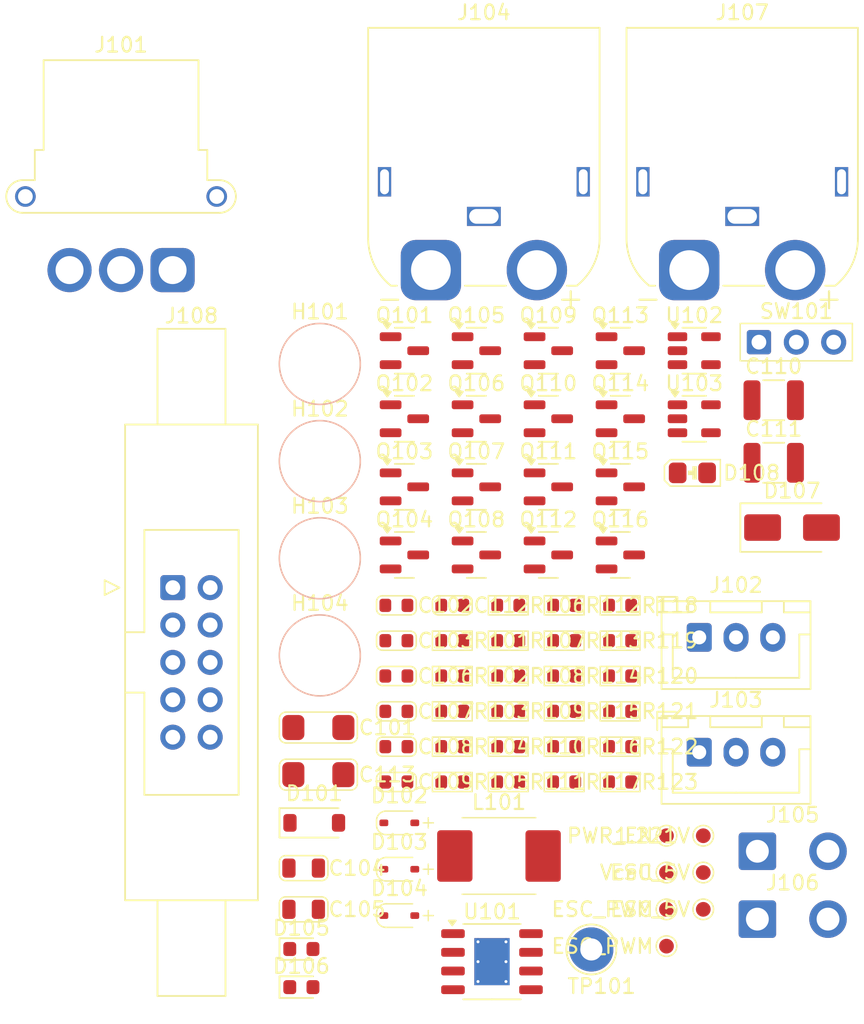
<source format=kicad_pcb>
(kicad_pcb (version 20241129) (generator "pcbnew") (generator_version "9.0")
  (title_block (title "Bottom V2.0 Round") (date "2025-03-14") (rev "2.0") (company "NicE Engineering"))
  (layers (0 "F.Cu" signal) (4 "In1.Cu" signal) (6 "In2.Cu" signal) (2 "B.Cu" signal) (13 "F.Paste" user) (15 "B.Paste" user) (5 "F.SilkS" user "F.Silkscreen") (7 "B.SilkS" user "B.Silkscreen") (1 "F.Mask" user) (3 "B.Mask" user) (25 "Edge.Cuts" user))
  (net 0 "")
  (net 1 "+3.3V")
  (net 2 "GND")
  (net 3 "VSAMP")
  (net 4 "Vbatt")
  (net 5 "/PwrEn")
  (net 6 "COMM")
  (net 7 "Net-(J105-Pin_1)")
  (net 8 "Net-(J106-Pin_1)")
  (net 9 "Net-(Q101-D)")
  (net 10 "Net-(Q102-G)")
  (net 11 "Net-(Q102-D)")
  (net 12 "Net-(Q103-D)")
  (net 13 "ESC_SB_PWR")
  (net 14 "Net-(Q104-D)")
  (net 15 "ESC_BB_PWR")
  (net 16 "Net-(Q105-G)")
  (net 17 "Net-(Q106-G)")
  (net 18 "Net-(Q101-G)")
  (net 19 "ESC_BB")
  (net 20 "Net-(U102-A)")
  (net 21 "ESC_SB")
  (net 24 "Net-(D102-K)")
  (net 25 "Net-(U101-BOOT)")
  (net 26 "Net-(D107-K)")
  (net 27 "Net-(J102-Pin_2)")
  (net 28 "Net-(J103-Pin_2)")
  (net 29 "Net-(D105-A)")
  (net 30 "Net-(D106-A)")
  (net 31 "Net-(D108-A)")
  (net 32 "Net-(J102-Pin_1)")
  (net 33 "Net-(J103-Pin_1)")
  (net 34 "Net-(R102-Pad2)")
  (net 35 "Net-(R102-Pad1)")
  (net 36 "Net-(R105-Pad2)")
  (net 37 "Net-(U103-A)")
  (net 38 "Net-(U101-Vsens)")
  (net 43 "ON")
  (footprint "A_Pads_Pins:Testpad_1" (layer "F.Cu") (at 95.279 68.768)
    (property "Reference" "TP105" (hide yes))
    (property "Value" "ESC_PWM" (at -0.8 0 0) (layer "F.SilkS") (effects (justify right)))
    (pad "1" smd circle (at 0 0) (size 1 1) (layers "F.Cu" "F.Mask") (net 33 "Net-(J103-Pin_1)"))
  )
  (footprint "A_Passive:LED_0805" (layer "F.Cu") (at 97.039 36.618)
    (property "Reference" "D108" (at 2 0 0) (layer "F.SilkS") (effects (justify left)))
    (property "Value" "3.3V")
    (pad "1" smd roundrect (at -1 0) (size 1.2 1.4) (layers "F.Cu" "F.Mask" "F.Paste") (net 2 "GND"))
    (pad "2" smd roundrect (at 1 0) (size 1.2 1.4) (layers "F.Cu" "F.Mask" "F.Paste") (net 31 "Net-(D108-A)"))
  )
  (footprint "Package_TO_SOT_SMD:SOT-23" (layer "F.Cu") (at 77.474 28.318)
    (property "Reference" "Q101" (at 0 -2.4 0) (layer "F.SilkS"))
    (property "Value" "AO3400A")
    (pad "1" smd roundrect (at -0.9375 -0.95) (size 1.475 0.6) (layers "F.Cu" "F.Mask" "F.Paste") (net 18 "Net-(Q101-G)"))
    (pad "2" smd roundrect (at -0.9375 0.95) (size 1.475 0.6) (layers "F.Cu" "F.Mask" "F.Paste") (net 2 "GND"))
    (pad "3" smd roundrect (at 0.9375 0) (size 1.475 0.6) (layers "F.Cu" "F.Mask" "F.Paste") (net 9 "Net-(Q101-D)"))
  )
  (footprint "A_Device:R_0603" (layer "F.Cu") (at 92.129 45.618)
    (property "Reference" "R118" (at 1.35 0 0) (layer "F.SilkS") (effects (justify left)))
    (property "Value" "100K")
    (pad "1" smd roundrect (at -0.75 0) (size 0.8 0.9) (layers "F.Cu" "F.Mask" "F.Paste") (net 15 "ESC_BB_PWR") (thermal_bridge_width 0.3))
    (pad "2" smd roundrect (at 0.75 0) (size 0.8 0.9) (layers "F.Cu" "F.Mask" "F.Paste") (net 2 "GND") (thermal_bridge_width 0.3))
  )
  (footprint "Package_TO_SOT_SMD:SOT-23" (layer "F.Cu") (at 77.474 42.193)
    (property "Reference" "Q104" (at 0 -2.4 0) (layer "F.SilkS"))
    (property "Value" "AO3400A")
    (pad "1" smd roundrect (at -0.9375 -0.95) (size 1.475 0.6) (layers "F.Cu" "F.Mask" "F.Paste") (net 15 "ESC_BB_PWR"))
    (pad "2" smd roundrect (at -0.9375 0.95) (size 1.475 0.6) (layers "F.Cu" "F.Mask" "F.Paste") (net 2 "GND"))
    (pad "3" smd roundrect (at 0.9375 0) (size 1.475 0.6) (layers "F.Cu" "F.Mask" "F.Paste") (net 14 "Net-(Q104-D)"))
  )
  (footprint "A_Device:C_0603" (layer "F.Cu") (at 80.729 45.618)
    (property "Reference" "C112" (at 1.35 0 0) (layer "F.SilkS") (effects (justify left)))
    (property "Value" "100n")
    (pad "1" smd roundrect (at -0.75 0) (size 0.8 0.9) (layers "F.Cu" "F.Mask" "F.Paste") (net 1 "+3.3V") (thermal_bridge_width 0.3))
    (pad "2" smd roundrect (at 0.75 0) (size 0.8 0.9) (layers "F.Cu" "F.Mask" "F.Paste") (net 2 "GND") (thermal_bridge_width 0.3))
  )
  (footprint "Connector_Wire:SolderWire-0.75sqmm_1x02_P4.8mm_D1.25mm_OD2.3mm" (layer "F.Cu") (at 101.454 66.933)
    (property "Reference" "J106" (at 2.4 -2.47 0) (layer "F.SilkS"))
    (property "Value" "ESC_PWR")
    (pad "1" thru_hole roundrect (at 0 0) (size 2.55 2.55) (drill 1.55) (layers "*.Cu" "*.Mask") (roundrect_rratio 0.098039) (net 8 "Net-(J106-Pin_1)"))
    (pad "2" thru_hole circle (at 4.8 0) (size 2.55 2.55) (drill 1.55) (layers "*.Cu" "*.Mask") (net 2 "GND"))
  )
  (footprint "LED_SMD:LED_0603_1608Metric" (layer "F.Cu") (at 70.474 68.963)
    (property "Reference" "D105" (at 0 -1.43 0) (layer "F.SilkS"))
    (property "Value" "PWR_ESC")
    (pad "1" smd roundrect (at -0.7875 0) (size 0.875 0.95) (layers "F.Cu" "F.Mask" "F.Paste") (net 2 "GND"))
    (pad "2" smd roundrect (at 0.7875 0) (size 0.875 0.95) (layers "F.Cu" "F.Mask" "F.Paste") (net 29 "Net-(D105-A)"))
  )
  (footprint "A_Pads_Pins:Testpad_1" (layer "F.Cu") (at 97.779 61.268)
    (property "Reference" "TP106" (hide yes))
    (property "Value" "1.221V" (at -0.8 0 0) (layer "F.SilkS") (effects (justify right)))
    (pad "1" smd circle (at 0 0) (size 1 1) (layers "F.Cu" "F.Mask") (net 38 "Net-(U101-Vsens)"))
  )
  (footprint "Package_TO_SOT_SMD:SOT-23-5" (layer "F.Cu") (at 97.164 32.943)
    (property "Reference" "U103" (at 0 -2.4 0) (layer "F.SilkS"))
    (property "Value" "SN74LV1T34DBV")
    (pad "1" smd roundrect (at -1.1375 -0.95) (size 1.325 0.6) (layers "F.Cu" "F.Mask" "F.Paste"))
    (pad "2" smd roundrect (at -1.1375 0) (size 1.325 0.6) (layers "F.Cu" "F.Mask" "F.Paste") (net 37 "Net-(U103-A)"))
    (pad "3" smd roundrect (at -1.1375 0.95) (size 1.325 0.6) (layers "F.Cu" "F.Mask" "F.Paste") (net 2 "GND"))
    (pad "4" smd roundrect (at 1.1375 0.95) (size 1.325 0.6) (layers "F.Cu" "F.Mask" "F.Paste") (net 33 "Net-(J103-Pin_1)"))
    (pad "5" smd roundrect (at 1.1375 -0.95) (size 1.325 0.6) (layers "F.Cu" "F.Mask" "F.Paste") (net 28 "Net-(J103-Pin_2)"))
  )
  (footprint "A_Device:R_0603" (layer "F.Cu") (at 84.529 48.018)
    (property "Reference" "R107" (at 1.35 0 0) (layer "F.SilkS") (effects (justify left)))
    (property "Value" "100K")
    (pad "1" smd roundrect (at -0.75 0) (size 0.8 0.9) (layers "F.Cu" "F.Mask" "F.Paste") (net 24 "Net-(D102-K)") (thermal_bridge_width 0.3))
    (pad "2" smd roundrect (at 0.75 0) (size 0.8 0.9) (layers "F.Cu" "F.Mask" "F.Paste") (net 2 "GND") (thermal_bridge_width 0.3))
  )
  (footprint "A_Device:R_0603" (layer "F.Cu") (at 84.529 50.418)
    (property "Reference" "R108" (at 1.35 0 0) (layer "F.SilkS") (effects (justify left)))
    (property "Value" "1k")
    (pad "1" smd roundrect (at -0.75 0) (size 0.8 0.9) (layers "F.Cu" "F.Mask" "F.Paste") (net 3 "VSAMP") (thermal_bridge_width 0.3))
    (pad "2" smd roundrect (at 0.75 0) (size 0.8 0.9) (layers "F.Cu" "F.Mask" "F.Paste") (net 2 "GND") (thermal_bridge_width 0.3))
  )
  (footprint "Capacitor_SMD:C_1210_3225Metric" (layer "F.Cu") (at 102.564 35.933)
    (property "Reference" "C111" (at 0 -2.3 0) (layer "F.SilkS"))
    (property "Value" "100u/10V")
    (pad "1" smd roundrect (at -1.475 0) (size 1.15 2.7) (layers "F.Cu" "F.Mask" "F.Paste") (roundrect_rratio 0.217391) (net 1 "+3.3V"))
    (pad "2" smd roundrect (at 1.475 0) (size 1.15 2.7) (layers "F.Cu" "F.Mask" "F.Paste") (roundrect_rratio 0.217391) (net 2 "GND"))
  )
  (footprint "Package_TO_SOT_SMD:SOT-23" (layer "F.Cu") (at 92.144 37.568)
    (property "Reference" "Q115" (at 0 -2.4 0) (layer "F.SilkS"))
    (property "Value" "AO3401A")
    (pad "1" smd roundrect (at -0.9375 -0.95) (size 1.475 0.6) (layers "F.Cu" "F.Mask" "F.Paste") (net 16 "Net-(Q105-G)"))
    (pad "2" smd roundrect (at -0.9375 0.95) (size 1.475 0.6) (layers "F.Cu" "F.Mask" "F.Paste") (net 4 "Vbatt"))
    (pad "3" smd roundrect (at 0.9375 0) (size 1.475 0.6) (layers "F.Cu" "F.Mask" "F.Paste") (net 7 "Net-(J105-Pin_1)"))
  )
  (footprint "A_Device:R_0603" (layer "F.Cu") (at 88.329 45.618)
    (property "Reference" "R112" (at 1.35 0 0) (layer "F.SilkS") (effects (justify left)))
    (property "Value" "100")
    (pad "1" smd roundrect (at -0.75 0) (size 0.8 0.9) (layers "F.Cu" "F.Mask" "F.Paste") (net 20 "Net-(U102-A)") (thermal_bridge_width 0.3))
    (pad "2" smd roundrect (at 0.75 0) (size 0.8 0.9) (layers "F.Cu" "F.Mask" "F.Paste") (net 21 "ESC_SB") (thermal_bridge_width 0.3))
  )
  (footprint "Package_TO_SOT_SMD:SOT-23" (layer "F.Cu") (at 92.144 28.318)
    (property "Reference" "Q113" (at 0 -2.4 0) (layer "F.SilkS"))
    (property "Value" "AO3401A")
    (pad "1" smd roundrect (at -0.9375 -0.95) (size 1.475 0.6) (layers "F.Cu" "F.Mask" "F.Paste") (net 16 "Net-(Q105-G)"))
    (pad "2" smd roundrect (at -0.9375 0.95) (size 1.475 0.6) (layers "F.Cu" "F.Mask" "F.Paste") (net 4 "Vbatt"))
    (pad "3" smd roundrect (at 0.9375 0) (size 1.475 0.6) (layers "F.Cu" "F.Mask" "F.Paste") (net 7 "Net-(J105-Pin_1)"))
  )
  (footprint "A_Device:R_0603" (layer "F.Cu") (at 80.729 48.018)
    (property "Reference" "R101" (at 1.35 0 0) (layer "F.SilkS") (effects (justify left)))
    (property "Value" "100")
    (pad "1" smd roundrect (at -0.75 0) (size 0.8 0.9) (layers "F.Cu" "F.Mask" "F.Paste") (net 18 "Net-(Q101-G)") (thermal_bridge_width 0.3))
    (pad "2" smd roundrect (at 0.75 0) (size 0.8 0.9) (layers "F.Cu" "F.Mask" "F.Paste") (net 1 "+3.3V") (thermal_bridge_width 0.3))
  )
  (footprint "Connector_JST:JST_XH_B3B-XH-A_1x03_P2.50mm_Vertical" (layer "F.Cu") (at 97.504 55.593)
    (property "Reference" "J103" (at 2.5 -3.55 0) (layer "F.SilkS"))
    (property "Value" "ESC")
    (pad "1" thru_hole roundrect (at 0 0) (size 1.7 1.95) (drill 0.95) (layers "*.Cu" "*.Mask") (roundrect_rratio 0.147059) (net 33 "Net-(J103-Pin_1)"))
    (pad "2" thru_hole oval (at 2.5 0) (size 1.7 1.95) (drill 0.95) (layers "*.Cu" "*.Mask") (net 28 "Net-(J103-Pin_2)"))
    (pad "3" thru_hole oval (at 5 0) (size 1.7 1.95) (drill 0.95) (layers "*.Cu" "*.Mask") (net 2 "GND"))
  )
  (footprint "Connector_AMASS:AMASS_XT60IPW-M_1x03_P7.20mm_Horizontal" (layer "F.Cu") (at 79.274 22.843)
    (property "Reference" "J104" (at 3.6 -17.5 0) (layer "F.SilkS"))
    (property "Value" "ACCU2")
    (fp_text user "+" (at 9.5 1.9 0) (layer "F.SilkS") (effects (font (size 1.5 1.5))))
    (fp_text user "-" (at -2.8 1.9 0) (layer "F.SilkS") (effects (font (size 1.5 1.5))))
    (pad "" thru_hole rect (at -3.15 -6) (size 0.9 2) (drill oval 0.6 1.7) (layers "*.Cu" "*.Mask"))
    (pad "" thru_hole rect (at 10.35 -6) (size 0.9 2) (drill oval 0.6 1.7) (layers "*.Cu" "*.Mask"))
    (pad "1" thru_hole roundrect (at 0 0) (size 4.1 4.1) (drill 2.7) (layers "*.Cu" "*.Mask") (net 2 "GND"))
    (pad "2" thru_hole circle (at 7.2 0) (size 4.1 4.1) (drill 2.7) (layers "*.Cu" "*.Mask") (net 4 "Vbatt"))
    (pad "3" thru_hole rect (at 3.6 -3.65) (size 2.3 1.3) (drill oval 2 1) (layers "*.Cu" "*.Mask"))
  )
  (footprint "A_Device:D_SOD-323_1.8x1.4x1.15" (layer "F.Cu") (at 77.129 63.543)
    (property "Reference" "D103" (at 0 -1.85 0) (layer "F.SilkS"))
    (property "Value" "1N4148WS")
    (fp_text user "+" (at 1.9 0 90) (layer "F.SilkS") (effects (font (size 0.9 0.9) (thickness 0.1))))
    (pad "1" smd roundrect (at -1.05 0) (size 0.6 0.45) (layers "F.Cu" "F.Mask" "F.Paste") (net 24 "Net-(D102-K)"))
    (pad "2" smd roundrect (at 1.05 0) (size 0.6 0.45) (layers "F.Cu" "F.Mask" "F.Paste") (net 6 "COMM"))
  )
  (footprint "Package_TO_SOT_SMD:SOT-23" (layer "F.Cu") (at 87.254 42.193)
    (property "Reference" "Q112" (at 0 -2.4 0) (layer "F.SilkS"))
    (property "Value" "AO3401A")
    (pad "1" smd roundrect (at -0.9375 -0.95) (size 1.475 0.6) (layers "F.Cu" "F.Mask" "F.Paste") (net 17 "Net-(Q106-G)"))
    (pad "2" smd roundrect (at -0.9375 0.95) (size 1.475 0.6) (layers "F.Cu" "F.Mask" "F.Paste") (net 4 "Vbatt"))
    (pad "3" smd roundrect (at 0.9375 0) (size 1.475 0.6) (layers "F.Cu" "F.Mask" "F.Paste") (net 8 "Net-(J106-Pin_1)"))
  )
  (footprint "TestPoint:TestPoint_Loop_D2.54mm_Drill1.5mm_Beaded" (layer "F.Cu") (at 90.174 68.993)
    (property "Reference" "TP101" (at 0.7 2.5 0) (layer "F.SilkS"))
    (property "Value" "GND")
    (pad "1" thru_hole circle (at 0 0) (size 3 3) (drill 1.5) (layers "*.Cu" "*.Mask") (net 2 "GND"))
  )
  (footprint "A_Device:C_1206_(1.6)" (layer "F.Cu") (at 71.629 53.918)
    (property "Reference" "C101" (at 2.65 0 0) (layer "F.SilkS") (effects (justify left)))
    (property "Value" "4.7uF/10V")
    (pad "1" smd roundrect (at -1.7 0) (size 1.5 1.7) (layers "F.Cu" "F.Mask" "F.Paste") (net 4 "Vbatt") (thermal_bridge_width 0.5))
    (pad "2" smd roundrect (at 1.7 0) (size 1.5 1.7) (layers "F.Cu" "F.Mask" "F.Paste") (net 2 "GND") (thermal_bridge_width 0.5))
  )
  (footprint "A_Device:R_0603" (layer "F.Cu") (at 80.729 55.218)
    (property "Reference" "R104" (at 1.35 0 0) (layer "F.SilkS") (effects (justify left)))
    (property "Value" "100K")
    (pad "1" smd roundrect (at -0.75 0) (size 0.8 0.9) (layers "F.Cu" "F.Mask" "F.Paste") (net 9 "Net-(Q101-D)") (thermal_bridge_width 0.3))
    (pad "2" smd roundrect (at 0.75 0) (size 0.8 0.9) (layers "F.Cu" "F.Mask" "F.Paste") (net 10 "Net-(Q102-G)") (thermal_bridge_width 0.3))
  )
  (footprint "Connector_AMASS:AMASS_MR30PW-FB_1x03_P3.50mm_Horizontal" (layer "F.Cu") (at 61.724 22.843)
    (property "Reference" "J101" (at -3.5 -15.3 0) (layer "F.SilkS"))
    (property "Value" "CHRG/DATA")
    (pad "" thru_hole circle (at -10 -5) (size 1.4 1.4) (drill 1) (layers "*.Cu" "*.Mask"))
    (pad "" thru_hole circle (at 3 -5 90) (size 1.4 1.4) (drill 1) (layers "*.Cu" "*.Mask"))
    (pad "1" thru_hole roundrect (at 0 0) (size 3 3) (drill 1.9) (layers "*.Cu" "*.Mask") (net 4 "Vbatt"))
    (pad "2" thru_hole circle (at -3.5 0) (size 3 3) (drill 1.9) (layers "*.Cu" "*.Mask") (net 6 "COMM"))
    (pad "3" thru_hole circle (at -7 0) (size 3 3) (drill 1.9) (layers "*.Cu" "*.Mask") (net 2 "GND"))
  )
  (footprint "A_Device:C_0603" (layer "F.Cu") (at 76.929 50.418)
    (property "Reference" "C106" (at 1.35 0 0) (layer "F.SilkS") (effects (justify left)))
    (property "Value" "100n")
    (pad "1" smd roundrect (at -0.75 0) (size 0.8 0.9) (layers "F.Cu" "F.Mask" "F.Paste") (net 3 "VSAMP") (thermal_bridge_width 0.3))
    (pad "2" smd roundrect (at 0.75 0) (size 0.8 0.9) (layers "F.Cu" "F.Mask" "F.Paste") (net 2 "GND") (thermal_bridge_width 0.3))
  )
  (footprint "Package_SO:HTSOP-8-1EP_3.9x4.9mm_P1.27mm_EP2.4x3.2mm_ThermalVias" (layer "F.Cu") (at 83.424 69.823)
    (property "Reference" "U101" (at 0 -3.4 0) (layer "F.SilkS"))
    (property "Value" "TPS5430DDAR")
    (pad "1" smd roundrect (at -2.65 -1.905) (size 1.6 0.6) (layers "F.Cu" "F.Mask" "F.Paste") (net 25 "Net-(U101-BOOT)"))
    (pad "2" smd roundrect (at -2.65 -0.635) (size 1.6 0.6) (layers "F.Cu" "F.Mask" "F.Paste"))
    (pad "3" smd roundrect (at -2.65 0.635) (size 1.6 0.6) (layers "F.Cu" "F.Mask" "F.Paste"))
    (pad "4" smd roundrect (at -2.65 1.905) (size 1.6 0.6) (layers "F.Cu" "F.Mask" "F.Paste") (net 38 "Net-(U101-Vsens)"))
    (pad "5" smd roundrect (at 2.65 1.905) (size 1.6 0.6) (layers "F.Cu" "F.Mask" "F.Paste") (net 24 "Net-(D102-K)"))
    (pad "6" smd roundrect (at 2.65 0.635) (size 1.6 0.6) (layers "F.Cu" "F.Mask" "F.Paste") (net 2 "GND"))
    (pad "7" smd roundrect (at 2.65 -0.635) (size 1.6 0.6) (layers "F.Cu" "F.Mask" "F.Paste") (net 4 "Vbatt"))
    (pad "8" smd roundrect (at 2.65 -1.905) (size 1.6 0.6) (layers "F.Cu" "F.Mask" "F.Paste") (net 26 "Net-(D107-K)"))
    (pad "9" thru_hole circle (at -0.95 -1.35) (size 0.5 0.5) (drill 0.2) (property pad_prop_heatsink) (layers "*.Cu") (net 2 "GND"))
    (pad "9" thru_hole circle (at -0.95 0) (size 0.5 0.5) (drill 0.2) (property pad_prop_heatsink) (layers "*.Cu") (net 2 "GND"))
    (pad "9" thru_hole circle (at -0.95 1.35) (size 0.5 0.5) (drill 0.2) (property pad_prop_heatsink) (layers "*.Cu") (net 2 "GND"))
    (pad "9" smd rect (at 0 0) (size 2.4 3.2) (property pad_prop_heatsink) (layers "F.Cu" "F.Mask") (net 2 "GND"))
    (pad "9" smd rect (at 0 0) (size 2.4 3.2) (property pad_prop_heatsink) (layers "B.Cu") (net 2 "GND"))
    (pad "9" thru_hole circle (at 0.95 -1.35) (size 0.5 0.5) (drill 0.2) (property pad_prop_heatsink) (layers "*.Cu") (net 2 "GND"))
    (pad "9" thru_hole circle (at 0.95 0) (size 0.5 0.5) (drill 0.2) (property pad_prop_heatsink) (layers "*.Cu") (net 2 "GND"))
    (pad "9" thru_hole circle (at 0.95 1.35) (size 0.5 0.5) (drill 0.2) (property pad_prop_heatsink) (layers "*.Cu") (net 2 "GND"))
  )
  (footprint "Package_TO_SOT_SMD:SOT-23" (layer "F.Cu") (at 87.254 32.943)
    (property "Reference" "Q110" (at 0 -2.4 0) (layer "F.SilkS"))
    (property "Value" "AO3401A")
    (pad "1" smd roundrect (at -0.9375 -0.95) (size 1.475 0.6) (layers "F.Cu" "F.Mask" "F.Paste") (net 17 "Net-(Q106-G)"))
    (pad "2" smd roundrect (at -0.9375 0.95) (size 1.475 0.6) (layers "F.Cu" "F.Mask" "F.Paste") (net 4 "Vbatt"))
    (pad "3" smd roundrect (at 0.9375 0) (size 1.475 0.6) (layers "F.Cu" "F.Mask" "F.Paste") (net 8 "Net-(J106-Pin_1)"))
  )
  (footprint "Package_TO_SOT_SMD:SOT-23" (layer "F.Cu") (at 82.364 42.193)
    (property "Reference" "Q108" (at 0 -2.4 0) (layer "F.SilkS"))
    (property "Value" "AO3401A")
    (pad "1" smd roundrect (at -0.9375 -0.95) (size 1.475 0.6) (layers "F.Cu" "F.Mask" "F.Paste") (net 17 "Net-(Q106-G)"))
    (pad "2" smd roundrect (at -0.9375 0.95) (size 1.475 0.6) (layers "F.Cu" "F.Mask" "F.Paste") (net 4 "Vbatt"))
    (pad "3" smd roundrect (at 0.9375 0) (size 1.475 0.6) (layers "F.Cu" "F.Mask" "F.Paste") (net 8 "Net-(J106-Pin_1)"))
  )
  (footprint "A_Device:R_0603" (layer "F.Cu") (at 92.129 55.218)
    (property "Reference" "R122" (at 1.35 0 0) (layer "F.SilkS") (effects (justify left)))
    (property "Value" "18K")
    (pad "1" smd roundrect (at -0.75 0) (size 0.8 0.9) (layers "F.Cu" "F.Mask" "F.Paste") (net 4 "Vbatt") (thermal_bridge_width 0.3))
    (pad "2" smd roundrect (at 0.75 0) (size 0.8 0.9) (layers "F.Cu" "F.Mask" "F.Paste") (net 17 "Net-(Q106-G)") (thermal_bridge_width 0.3))
  )
  (footprint "A_Device:R_0603" (layer "F.Cu") (at 88.329 50.418)
    (property "Reference" "R114" (at 1.35 0 0) (layer "F.SilkS") (effects (justify left)))
    (property "Value" "4.7k")
    (pad "1" smd roundrect (at -0.75 0) (size 0.8 0.9) (layers "F.Cu" "F.Mask" "F.Paste") (net 30 "Net-(D106-A)") (thermal_bridge_width 0.3))
    (pad "2" smd roundrect (at 0.75 0) (size 0.8 0.9) (layers "F.Cu" "F.Mask" "F.Paste") (net 28 "Net-(J103-Pin_2)") (thermal_bridge_width 0.3))
  )
  (footprint "A_Device:C_0603" (layer "F.Cu") (at 76.929 48.018)
    (property "Reference" "C103" (at 1.35 0 0) (layer "F.SilkS") (effects (justify left)))
    (property "Value" "10n")
    (pad "1" smd roundrect (at -0.75 0) (size 0.8 0.9) (layers "F.Cu" "F.Mask" "F.Paste") (net 4 "Vbatt") (thermal_bridge_width 0.3))
    (pad "2" smd roundrect (at 0.75 0) (size 0.8 0.9) (layers "F.Cu" "F.Mask" "F.Paste") (net 2 "GND") (thermal_bridge_width 0.3))
  )
  (footprint "Package_TO_SOT_SMD:SOT-23" (layer "F.Cu") (at 82.364 37.568)
    (property "Reference" "Q107" (at 0 -2.4 0) (layer "F.SilkS"))
    (property "Value" "AO3401A")
    (pad "1" smd roundrect (at -0.9375 -0.95) (size 1.475 0.6) (layers "F.Cu" "F.Mask" "F.Paste") (net 16 "Net-(Q105-G)"))
    (pad "2" smd roundrect (at -0.9375 0.95) (size 1.475 0.6) (layers "F.Cu" "F.Mask" "F.Paste") (net 4 "Vbatt"))
    (pad "3" smd roundrect (at 0.9375 0) (size 1.475 0.6) (layers "F.Cu" "F.Mask" "F.Paste") (net 7 "Net-(J105-Pin_1)"))
  )
  (footprint "Package_TO_SOT_SMD:SOT-23" (layer "F.Cu") (at 87.254 28.318)
    (property "Reference" "Q109" (at 0 -2.4 0) (layer "F.SilkS"))
    (property "Value" "AO3401A")
    (pad "1" smd roundrect (at -0.9375 -0.95) (size 1.475 0.6) (layers "F.Cu" "F.Mask" "F.Paste") (net 16 "Net-(Q105-G)"))
    (pad "2" smd roundrect (at -0.9375 0.95) (size 1.475 0.6) (layers "F.Cu" "F.Mask" "F.Paste") (net 4 "Vbatt"))
    (pad "3" smd roundrect (at 0.9375 0) (size 1.475 0.6) (layers "F.Cu" "F.Mask" "F.Paste") (net 7 "Net-(J105-Pin_1)"))
  )
  (footprint "Package_TO_SOT_SMD:SOT-23" (layer "F.Cu") (at 77.474 32.943)
    (property "Reference" "Q102" (at 0 -2.4 0) (layer "F.SilkS"))
    (property "Value" "AO3401A")
    (pad "1" smd roundrect (at -0.9375 -0.95) (size 1.475 0.6) (layers "F.Cu" "F.Mask" "F.Paste") (net 10 "Net-(Q102-G)"))
    (pad "2" smd roundrect (at -0.9375 0.95) (size 1.475 0.6) (layers "F.Cu" "F.Mask" "F.Paste") (net 4 "Vbatt"))
    (pad "3" smd roundrect (at 0.9375 0) (size 1.475 0.6) (layers "F.Cu" "F.Mask" "F.Paste") (net 11 "Net-(Q102-D)"))
  )
  (footprint "Diode_SMD:D_SMA" (layer "F.Cu") (at 103.809 40.333)
    (property "Reference" "D107" (at 0 -2.5 0) (layer "F.SilkS"))
    (property "Value" "SS54")
    (pad "1" smd roundrect (at -2 0) (size 2.5 1.8) (layers "F.Cu" "F.Mask" "F.Paste") (roundrect_rratio 0.1388888889) (net 26 "Net-(D107-K)"))
    (pad "2" smd roundrect (at 2 0) (size 2.5 1.8) (layers "F.Cu" "F.Mask" "F.Paste") (roundrect_rratio 0.1388888889) (net 2 "GND"))
  )
  (footprint "Connector_IDC:IDC-Header_2x05_P2.54mm_Latch6.5mm_Vertical" (layer "F.Cu") (at 61.739 44.413)
    (property "Reference" "J108" (at 1.27 -18.47 0) (layer "F.SilkS"))
    (property "Value" "Conn_01x10")
    (pad "1" thru_hole roundrect (at 0 0) (size 1.7 1.7) (drill 1) (layers "*.Cu" "*.Mask") (roundrect_rratio 0.147059) (net 1 "+3.3V"))
    (pad "2" thru_hole circle (at 2.54 0) (size 1.7 1.7) (drill 1) (layers "*.Cu" "*.Mask") (net 2 "GND"))
    (pad "3" thru_hole circle (at 0 2.54) (size 1.7 1.7) (drill 1) (layers "*.Cu" "*.Mask") (net 21 "ESC_SB"))
    (pad "4" thru_hole circle (at 2.54 2.54) (size 1.7 1.7) (drill 1) (layers "*.Cu" "*.Mask"))
    (pad "5" thru_hole circle (at 0 5.08) (size 1.7 1.7) (drill 1) (layers "*.Cu" "*.Mask") (net 19 "ESC_BB"))
    (pad "6" thru_hole circle (at 2.54 5.08) (size 1.7 1.7) (drill 1) (layers "*.Cu" "*.Mask") (net 15 "ESC_BB_PWR"))
    (pad "7" thru_hole circle (at 0 7.62) (size 1.7 1.7) (drill 1) (layers "*.Cu" "*.Mask") (net 43 "ON"))
    (pad "8" thru_hole circle (at 2.54 7.62) (size 1.7 1.7) (drill 1) (layers "*.Cu" "*.Mask") (net 3 "VSAMP"))
    (pad "9" thru_hole circle (at 0 10.16) (size 1.7 1.7) (drill 1) (layers "*.Cu" "*.Mask") (net 2 "GND"))
    (pad "10" thru_hole circle (at 2.54 10.16) (size 1.7 1.7) (drill 1) (layers "*.Cu" "*.Mask") (net 6 "COMM"))
  )
  (footprint "A_Device:C_0603" (layer "F.Cu") (at 76.929 45.618)
    (property "Reference" "C102" (at 1.35 0 0) (layer "F.SilkS") (effects (justify left)))
    (property "Value" "100n")
    (pad "1" smd roundrect (at -0.75 0) (size 0.8 0.9) (layers "F.Cu" "F.Mask" "F.Paste") (net 4 "Vbatt") (thermal_bridge_width 0.3))
    (pad "2" smd roundrect (at 0.75 0) (size 0.8 0.9) (layers "F.Cu" "F.Mask" "F.Paste") (net 2 "GND") (thermal_bridge_width 0.3))
  )
  (footprint "A_Mechanical:NPTH_M3" (layer "F.Cu") (at 71.729 29.218)
    (property "Reference" "H101" (at 0 -3.55 0) (layer "F.SilkS"))
    (property "Value" "MountingHole")
    (pad "" np_thru_hole circle (at 0 0) (size 3.2 3.2) (drill 3.2) (layers "*.Cu" "*.Mask"))
  )
  (footprint "A_Pads_Pins:Testpad_1" (layer "F.Cu") (at 97.779 63.768)
    (property "Reference" "TP107" (hide yes))
    (property "Value" "ESC_5V" (at -0.8 0 0) (layer "F.SilkS") (effects (justify right)))
    (pad "1" smd circle (at 0 0) (size 1 1) (layers "F.Cu" "F.Mask") (net 27 "Net-(J102-Pin_2)"))
  )
  (footprint "Package_TO_SOT_SMD:SOT-23-5" (layer "F.Cu") (at 97.164 28.318)
    (property "Reference" "U102" (at 0 -2.4 0) (layer "F.SilkS"))
    (property "Value" "SN74LV1T34DBV")
    (pad "1" smd roundrect (at -1.1375 -0.95) (size 1.325 0.6) (layers "F.Cu" "F.Mask" "F.Paste"))
    (pad "2" smd roundrect (at -1.1375 0) (size 1.325 0.6) (layers "F.Cu" "F.Mask" "F.Paste") (net 20 "Net-(U102-A)"))
    (pad "3" smd roundrect (at -1.1375 0.95) (size 1.325 0.6) (layers "F.Cu" "F.Mask" "F.Paste") (net 2 "GND"))
    (pad "4" smd roundrect (at 1.1375 0.95) (size 1.325 0.6) (layers "F.Cu" "F.Mask" "F.Paste") (net 32 "Net-(J102-Pin_1)"))
    (pad "5" smd roundrect (at 1.1375 -0.95) (size 1.325 0.6) (layers "F.Cu" "F.Mask" "F.Paste") (net 27 "Net-(J102-Pin_2)"))
  )
  (footprint "A_Device:C_1206_(1.6)" (layer "F.Cu") (at 71.629 57.118)
    (property "Reference" "C113" (at 2.65 0 0) (layer "F.SilkS") (effects (justify left)))
    (property "Value" "4.7uF/10V")
    (pad "1" smd roundrect (at -1.7 0) (size 1.5 1.7) (layers "F.Cu" "F.Mask" "F.Paste") (net 1 "+3.3V") (thermal_bridge_width 0.5))
    (pad "2" smd roundrect (at 1.7 0) (size 1.5 1.7) (layers "F.Cu" "F.Mask" "F.Paste") (net 2 "GND") (thermal_bridge_width 0.5))
  )
  (footprint "A_Device:R_0603" (layer "F.Cu") (at 80.729 52.818)
    (property "Reference" "R103" (at 1.35 0 0) (layer "F.SilkS") (effects (justify left)))
    (property "Value" "100K")
    (pad "1" smd roundrect (at -0.75 0) (size 0.8 0.9) (layers "F.Cu" "F.Mask" "F.Paste") (net 10 "Net-(Q102-G)") (thermal_bridge_width 0.3))
    (pad "2" smd roundrect (at 0.75 0) (size 0.8 0.9) (layers "F.Cu" "F.Mask" "F.Paste") (net 4 "Vbatt") (thermal_bridge_width 0.3))
  )
  (footprint "A_Device:R_0603" (layer "F.Cu") (at 88.329 57.618)
    (property "Reference" "R117" (at 1.35 0 0) (layer "F.SilkS") (effects (justify left)))
    (property "Value" "100K")
    (pad "1" smd roundrect (at -0.75 0) (size 0.8 0.9) (layers "F.Cu" "F.Mask" "F.Paste") (net 13 "ESC_SB_PWR") (thermal_bridge_width 0.3))
    (pad "2" smd roundrect (at 0.75 0) (size 0.8 0.9) (layers "F.Cu" "F.Mask" "F.Paste") (net 2 "GND") (thermal_bridge_width 0.3))
  )
  (footprint "Diode_SMD:D_SOD-123" (layer "F.Cu") (at 71.349 60.393)
    (property "Reference" "D101" (at 0 -2 0) (layer "F.SilkS"))
    (property "Value" "PTVS3V3S1UR,115")
    (pad "1" smd roundrect (at -1.65 0) (size 0.9 1.2) (layers "F.Cu" "F.Mask" "F.Paste") (net 6 "COMM"))
    (pad "2" smd roundrect (at 1.65 0) (size 0.9 1.2) (layers "F.Cu" "F.Mask" "F.Paste") (net 2 "GND"))
  )
  (footprint "A_Device:R_0603" (layer "F.Cu") (at 88.329 52.818)
    (property "Reference" "R115" (at 1.35 0 0) (layer "F.SilkS") (effects (justify left)))
    (property "Value" "18K")
    (pad "1" smd roundrect (at -0.75 0) (size 0.8 0.9) (layers "F.Cu" "F.Mask" "F.Paste") (net 1 "+3.3V") (thermal_bridge_width 0.3))
    (pad "2" smd roundrect (at 0.75 0) (size 0.8 0.9) (layers "F.Cu" "F.Mask" "F.Paste") (net 38 "Net-(U101-Vsens)") (thermal_bridge_width 0.3))
  )
  (footprint "Package_TO_SOT_SMD:SOT-23" (layer "F.Cu") (at 92.144 32.943)
    (property "Reference" "Q114" (at 0 -2.4 0) (layer "F.SilkS"))
    (property "Value" "AO3401A")
    (pad "1" smd roundrect (at -0.9375 -0.95) (size 1.475 0.6) (layers "F.Cu" "F.Mask" "F.Paste") (net 17 "Net-(Q106-G)"))
    (pad "2" smd roundrect (at -0.9375 0.95) (size 1.475 0.6) (layers "F.Cu" "F.Mask" "F.Paste") (net 4 "Vbatt"))
    (pad "3" smd roundrect (at 0.9375 0) (size 1.475 0.6) (layers "F.Cu" "F.Mask" "F.Paste") (net 8 "Net-(J106-Pin_1)"))
  )
  (footprint "A_Device:D_SOD-323_1.8x1.4x1.15" (layer "F.Cu") (at 77.129 60.393)
    (property "Reference" "D102" (at 0 -1.85 0) (layer "F.SilkS"))
    (property "Value" "1N4148WS")
    (fp_text user "+" (at 1.9 0 90) (layer "F.SilkS") (effects (font (size 0.9 0.9) (thickness 0.1))))
    (pad "1" smd roundrect (at -1.05 0) (size 0.6 0.45) (layers "F.Cu" "F.Mask" "F.Paste") (net 24 "Net-(D102-K)"))
    (pad "2" smd roundrect (at 1.05 0) (size 0.6 0.45) (layers "F.Cu" "F.Mask" "F.Paste") (net 5 "/PwrEn"))
  )
  (footprint "Package_TO_SOT_SMD:SOT-23" (layer "F.Cu") (at 87.254 37.568)
    (property "Reference" "Q111" (at 0 -2.4 0) (layer "F.SilkS"))
    (property "Value" "AO3401A")
    (pad "1" smd roundrect (at -0.9375 -0.95) (size 1.475 0.6) (layers "F.Cu" "F.Mask" "F.Paste") (net 16 "Net-(Q105-G)"))
    (pad "2" smd roundrect (at -0.9375 0.95) (size 1.475 0.6) (layers "F.Cu" "F.Mask" "F.Paste") (net 4 "Vbatt"))
    (pad "3" smd roundrect (at 0.9375 0) (size 1.475 0.6) (layers "F.Cu" "F.Mask" "F.Paste") (net 7 "Net-(J105-Pin_1)"))
  )
  (footprint "A_Pads_Pins:Testpad_1" (layer "F.Cu") (at 95.279 63.768)
    (property "Reference" "TP103" (hide yes))
    (property "Value" "Vcell" (at -0.8 0 0) (layer "F.SilkS") (effects (justify right)))
    (pad "1" smd circle (at 0 0) (size 1 1) (layers "F.Cu" "F.Mask") (net 3 "VSAMP"))
  )
  (footprint "Connector_Wire:SolderWire-0.75sqmm_1x02_P4.8mm_D1.25mm_OD2.3mm" (layer "F.Cu") (at 101.454 62.323)
    (property "Reference" "J105" (at 2.4 -2.47 0) (layer "F.SilkS"))
    (property "Value" "ESC_PWR")
    (pad "1" thru_hole roundrect (at 0 0) (size 2.55 2.55) (drill 1.55) (layers "*.Cu" "*.Mask") (roundrect_rratio 0.098039) (net 7 "Net-(J105-Pin_1)"))
    (pad "2" thru_hole circle (at 4.8 0) (size 2.55 2.55) (drill 1.55) (layers "*.Cu" "*.Mask") (net 2 "GND"))
  )
  (footprint "A_Pads_Pins:Testpad_1" (layer "F.Cu") (at 97.779 66.268)
    (property "Reference" "TP108" (hide yes))
    (property "Value" "ESC_5V" (at -0.8 0 0) (layer "F.SilkS") (effects (justify right)))
    (pad "1" smd circle (at 0 0) (size 1 1) (layers "F.Cu" "F.Mask") (net 28 "Net-(J103-Pin_2)"))
  )
  (footprint "Package_TO_SOT_SMD:SOT-23" (layer "F.Cu") (at 77.474 37.568)
    (property "Reference" "Q103" (at 0 -2.4 0) (layer "F.SilkS"))
    (property "Value" "AO3400A")
    (pad "1" smd roundrect (at -0.9375 -0.95) (size 1.475 0.6) (layers "F.Cu" "F.Mask" "F.Paste") (net 13 "ESC_SB_PWR"))
    (pad "2" smd roundrect (at -0.9375 0.95) (size 1.475 0.6) (layers "F.Cu" "F.Mask" "F.Paste") (net 2 "GND"))
    (pad "3" smd roundrect (at 0.9375 0) (size 1.475 0.6) (layers "F.Cu" "F.Mask" "F.Paste") (net 12 "Net-(Q103-D)"))
  )
  (footprint "A_Device:C_0603" (layer "F.Cu") (at 76.929 57.618)
    (property "Reference" "C109" (at 1.35 0 0) (layer "F.SilkS") (effects (justify left)))
    (property "Value" "100n")
    (pad "1" smd roundrect (at -0.75 0) (size 0.8 0.9) (layers "F.Cu" "F.Mask" "F.Paste") (net 28 "Net-(J103-Pin_2)") (thermal_bridge_width 0.3))
    (pad "2" smd roundrect (at 0.75 0) (size 0.8 0.9) (layers "F.Cu" "F.Mask" "F.Paste") (net 2 "GND") (thermal_bridge_width 0.3))
  )
  (footprint "A_Device:C_0805" (layer "F.Cu") (at 70.629 66.268)
    (property "Reference" "C105" (at 1.6 0 0) (layer "F.SilkS") (effects (justify left)))
    (property "Value" "10u/25V")
    (pad "1" smd roundrect (at -1 0) (size 0.9 1.3) (layers "F.Cu" "F.Mask" "F.Paste") (net 24 "Net-(D102-K)") (thermal_bridge_width 0.4))
    (pad "2" smd roundrect (at 1 0) (size 0.9 1.3) (layers "F.Cu" "F.Mask" "F.Paste") (net 2 "GND") (thermal_bridge_width 0.4))
  )
  (footprint "A_Mechanical:NPTH_M3" (layer "F.Cu") (at 71.729 35.818)
    (property "Reference" "H102" (at 0 -3.55 0) (layer "F.SilkS"))
    (property "Value" "MountingHole")
    (pad "" np_thru_hole circle (at 0 0) (size 3.2 3.2) (drill 3.2) (layers "*.Cu" "*.Mask"))
  )
  (footprint "A_Device:R_0603" (layer "F.Cu") (at 88.329 48.018)
    (property "Reference" "R113" (at 1.35 0 0) (layer "F.SilkS") (effects (justify left)))
    (property "Value" "4.7k")
    (pad "1" smd roundrect (at -0.75 0) (size 0.8 0.9) (layers "F.Cu" "F.Mask" "F.Paste") (net 29 "Net-(D105-A)") (thermal_bridge_width 0.3))
    (pad "2" smd roundrect (at 0.75 0) (size 0.8 0.9) (layers "F.Cu" "F.Mask" "F.Paste") (net 27 "Net-(J102-Pin_2)") (thermal_bridge_width 0.3))
  )
  (footprint "A_Device:L_6.6x7.0mm" (layer "F.Cu") (at 83.899 62.643)
    (property "Reference" "L101" (at 0 -3.65 0) (layer "F.SilkS"))
    (property "Value" "33uH/2A")
    (pad "1" smd roundrect (at -3 0) (size 2.4 3.5) (layers "F.Cu" "F.Mask" "F.Paste") (roundrect_rratio 0.09615384615) (net 26 "Net-(D107-K)") (thermal_bridge_width 1))
    (pad "2" smd roundrect (at 3 0) (size 2.4 3.5) (layers "F.Cu" "F.Mask" "F.Paste") (roundrect_rratio 0.09615384615) (net 1 "+3.3V") (thermal_bridge_width 1))
  )
  (footprint "Package_TO_SOT_SMD:SOT-23" (layer "F.Cu") (at 82.364 28.318)
    (property "Reference" "Q105" (at 0 -2.4 0) (layer "F.SilkS"))
    (property "Value" "AO3401A")
    (pad "1" smd roundrect (at -0.9375 -0.95) (size 1.475 0.6) (layers "F.Cu" "F.Mask" "F.Paste") (net 16 "Net-(Q105-G)"))
    (pad "2" smd roundrect (at -0.9375 0.95) (size 1.475 0.6) (layers "F.Cu" "F.Mask" "F.Paste") (net 4 "Vbatt"))
    (pad "3" smd roundrect (at 0.9375 0) (size 1.475 0.6) (layers "F.Cu" "F.Mask" "F.Paste") (net 7 "Net-(J105-Pin_1)"))
  )
  (footprint "A_Device:R_0603" (layer "F.Cu") (at 84.529 57.618)
    (property "Reference" "R111" (at 1.35 0 0) (layer "F.SilkS") (effects (justify left)))
    (property "Value" "100")
    (pad "1" smd roundrect (at -0.75 0) (size 0.8 0.9) (layers "F.Cu" "F.Mask" "F.Paste") (net 37 "Net-(U103-A)") (thermal_bridge_width 0.3))
    (pad "2" smd roundrect (at 0.75 0) (size 0.8 0.9) (layers "F.Cu" "F.Mask" "F.Paste") (net 19 "ESC_BB") (thermal_bridge_width 0.3))
  )
  (footprint "A_Device:R_0603" (layer "F.Cu") (at 92.129 52.818)
    (property "Reference" "R121" (at 1.35 0 0) (layer "F.SilkS") (effects (justify left)))
    (property "Value" "18K")
    (pad "1" smd roundrect (at -0.75 0) (size 0.8 0.9) (layers "F.Cu" "F.Mask" "F.Paste") (net 4 "Vbatt") (thermal_bridge_width 0.3))
    (pad "2" smd roundrect (at 0.75 0) (size 0.8 0.9) (layers "F.Cu" "F.Mask" "F.Paste") (net 16 "Net-(Q105-G)") (thermal_bridge_width 0.3))
  )
  (footprint "A_Mechanical:NPTH_M3" (layer "F.Cu") (at 71.729 42.418)
    (property "Reference" "H103" (at 0 -3.55 0) (layer "F.SilkS"))
    (property "Value" "MountingHole")
    (pad "" np_thru_hole circle (at 0 0) (size 3.2 3.2) (drill 3.2) (layers "*.Cu" "*.Mask"))
  )
  (footprint "A_Device:R_0603" (layer "F.Cu") (at 84.529 52.818)
    (property "Reference" "R109" (at 1.35 0 0) (layer "F.SilkS") (effects (justify left)))
    (property "Value" "6.2k")
    (pad "1" smd roundrect (at -0.75 0) (size 0.8 0.9) (layers "F.Cu" "F.Mask" "F.Paste") (net 11 "Net-(Q102-D)") (thermal_bridge_width 0.3))
    (pad "2" smd roundrect (at 0.75 0) (size 0.8 0.9) (layers "F.Cu" "F.Mask" "F.Paste") (net 3 "VSAMP") (thermal_bridge_width 0.3))
  )
  (footprint "A_Device:D_SOD-323_1.8x1.4x1.15" (layer "F.Cu") (at 77.129 66.693)
    (property "Reference" "D104" (at 0 -1.85 0) (layer "F.SilkS"))
    (property "Value" "1N4148WS")
    (fp_text user "+" (at 1.9 0 90) (layer "F.SilkS") (effects (font (size 0.9 0.9) (thickness 0.1))))
    (pad "1" smd roundrect (at -1.05 0) (size 0.6 0.45) (layers "F.Cu" "F.Mask" "F.Paste") (net 1 "+3.3V"))
    (pad "2" smd roundrect (at 1.05 0) (size 0.6 0.45) (layers "F.Cu" "F.Mask" "F.Paste") (net 3 "VSAMP"))
  )
  (footprint "A_Device:R_0603" (layer "F.Cu") (at 92.129 50.418)
    (property "Reference" "R120" (at 1.35 0 0) (layer "F.SilkS") (effects (justify left)))
    (property "Value" "10K")
    (pad "1" smd roundrect (at -0.75 0) (size 0.8 0.9) (layers "F.Cu" "F.Mask" "F.Paste") (net 14 "Net-(Q104-D)") (thermal_bridge_width 0.3))
    (pad "2" smd roundrect (at 0.75 0) (size 0.8 0.9) (layers "F.Cu" "F.Mask" "F.Paste") (net 17 "Net-(Q106-G)") (thermal_bridge_width 0.3))
  )
  (footprint "A_Pads_Pins:Testpad_1" (layer "F.Cu") (at 95.279 66.268)
    (property "Reference" "TP104" (hide yes))
    (property "Value" "ESC_PWM" (at -0.8 0 0) (layer "F.SilkS") (effects (justify right)))
    (pad "1" smd circle (at 0 0) (size 1 1) (layers "F.Cu" "F.Mask") (net 32 "Net-(J102-Pin_1)"))
  )
  (footprint "Package_TO_SOT_SMD:SOT-23" (layer "F.Cu") (at 82.364 32.943)
    (property "Reference" "Q106" (at 0 -2.4 0) (layer "F.SilkS"))
    (property "Value" "AO3401A")
    (pad "1" smd roundrect (at -0.9375 -0.95) (size 1.475 0.6) (layers "F.Cu" "F.Mask" "F.Paste") (net 17 "Net-(Q106-G)"))
    (pad "2" smd roundrect (at -0.9375 0.95) (size 1.475 0.6) (layers "F.Cu" "F.Mask" "F.Paste") (net 4 "Vbatt"))
    (pad "3" smd roundrect (at 0.9375 0) (size 1.475 0.6) (layers "F.Cu" "F.Mask" "F.Paste") (net 8 "Net-(J106-Pin_1)"))
  )
  (footprint "A_Device:R_0603" (layer "F.Cu") (at 92.129 57.618)
    (property "Reference" "R123" (at 1.35 0 0) (layer "F.SilkS") (effects (justify left)))
    (property "Value" "10K")
    (pad "1" smd roundrect (at -0.75 0) (size 0.8 0.9) (layers "F.Cu" "F.Mask" "F.Paste") (net 31 "Net-(D108-A)") (thermal_bridge_width 0.3))
    (pad "2" smd roundrect (at 0.75 0) (size 0.8 0.9) (layers "F.Cu" "F.Mask" "F.Paste") (net 1 "+3.3V") (thermal_bridge_width 0.3))
  )
  (footprint "A_Pads_Pins:Testpad_1" (layer "F.Cu") (at 95.279 61.268)
    (property "Reference" "TP102" (hide yes))
    (property "Value" "PWR_EN" (at -0.8 0 0) (layer "F.SilkS") (effects (justify right)))
    (pad "1" smd circle (at 0 0) (size 1 1) (layers "F.Cu" "F.Mask") (net 24 "Net-(D102-K)"))
  )
  (footprint "Capacitor_SMD:C_1210_3225Metric" (layer "F.Cu") (at 102.564 31.683)
    (property "Reference" "C110" (at 0 -2.3 0) (layer "F.SilkS"))
    (property "Value" "100u/10V")
    (pad "1" smd roundrect (at -1.475 0) (size 1.15 2.7) (layers "F.Cu" "F.Mask" "F.Paste") (roundrect_rratio 0.217391) (net 1 "+3.3V"))
    (pad "2" smd roundrect (at 1.475 0) (size 1.15 2.7) (layers "F.Cu" "F.Mask" "F.Paste") (roundrect_rratio 0.217391) (net 2 "GND"))
  )
  (footprint "Connector_AMASS:AMASS_XT60IPW-M_1x03_P7.20mm_Horizontal" (layer "F.Cu") (at 96.824 22.843)
    (property "Reference" "J107" (at 3.6 -17.5 0) (layer "F.SilkS"))
    (property "Value" "ACCU1")
    (fp_text user "+" (at 9.5 1.9 0) (layer "F.SilkS") (effects (font (size 1.5 1.5))))
    (fp_text user "-" (at -2.8 1.9 0) (layer "F.SilkS") (effects (font (size 1.5 1.5))))
    (pad "" thru_hole rect (at -3.15 -6) (size 0.9 2) (drill oval 0.6 1.7) (layers "*.Cu" "*.Mask"))
    (pad "" thru_hole rect (at 10.35 -6) (size 0.9 2) (drill oval 0.6 1.7) (layers "*.Cu" "*.Mask"))
    (pad "1" thru_hole roundrect (at 0 0) (size 4.1 4.1) (drill 2.7) (layers "*.Cu" "*.Mask") (net 2 "GND"))
    (pad "2" thru_hole circle (at 7.2 0) (size 4.1 4.1) (drill 2.7) (layers "*.Cu" "*.Mask") (net 4 "Vbatt"))
    (pad "3" thru_hole rect (at 3.6 -3.65) (size 2.3 1.3) (drill oval 2 1) (layers "*.Cu" "*.Mask"))
  )
  (footprint "Connector_JST:JST_XH_B3B-XH-A_1x03_P2.50mm_Vertical" (layer "F.Cu") (at 97.504 47.793)
    (property "Reference" "J102" (at 2.5 -3.55 0) (layer "F.SilkS"))
    (property "Value" "ESC")
    (pad "1" thru_hole roundrect (at 0 0) (size 1.7 1.95) (drill 0.95) (layers "*.Cu" "*.Mask") (roundrect_rratio 0.147059) (net 32 "Net-(J102-Pin_1)"))
    (pad "2" thru_hole oval (at 2.5 0) (size 1.7 1.95) (drill 0.95) (layers "*.Cu" "*.Mask") (net 27 "Net-(J102-Pin_2)"))
    (pad "3" thru_hole oval (at 5 0) (size 1.7 1.95) (drill 0.95) (layers "*.Cu" "*.Mask") (net 2 "GND"))
  )
  (footprint "LED_SMD:LED_0603_1608Metric" (layer "F.Cu") (at 70.474 71.553)
    (property "Reference" "D106" (at 0 -1.43 0) (layer "F.SilkS"))
    (property "Value" "PWR_ESC")
    (pad "1" smd roundrect (at -0.7875 0) (size 0.875 0.95) (layers "F.Cu" "F.Mask" "F.Paste") (net 2 "GND"))
    (pad "2" smd roundrect (at 0.7875 0) (size 0.875 0.95) (layers "F.Cu" "F.Mask" "F.Paste") (net 30 "Net-(D106-A)"))
  )
  (footprint "A_Device:R_0603" (layer "F.Cu") (at 80.729 50.418)
    (property "Reference" "R102" (at 1.35 0 0) (layer "F.SilkS") (effects (justify left)))
    (property "Value" "100K")
    (pad "1" smd roundrect (at -0.75 0) (size 0.8 0.9) (layers "F.Cu" "F.Mask" "F.Paste") (net 35 "Net-(R102-Pad1)") (thermal_bridge_width 0.3))
    (pad "2" smd roundrect (at 0.75 0) (size 0.8 0.9) (layers "F.Cu" "F.Mask" "F.Paste") (net 34 "Net-(R102-Pad2)") (thermal_bridge_width 0.3))
  )
  (footprint "A_Device:C_0805" (layer "F.Cu") (at 70.629 63.468)
    (property "Reference" "C104" (at 1.6 0 0) (layer "F.SilkS") (effects (justify left)))
    (property "Value" "10u/25V")
    (pad "1" smd roundrect (at -1 0) (size 0.9 1.3) (layers "F.Cu" "F.Mask" "F.Paste") (net 24 "Net-(D102-K)") (thermal_bridge_width 0.4))
    (pad "2" smd roundrect (at 1 0) (size 0.9 1.3) (layers "F.Cu" "F.Mask" "F.Paste") (net 2 "GND") (thermal_bridge_width 0.4))
  )
  (footprint "A_Device:R_0603" (layer "F.Cu") (at 80.729 57.618)
    (property "Reference" "R105" (at 1.35 0 0) (layer "F.SilkS") (effects (justify left)))
    (property "Value" "100K")
    (pad "1" smd roundrect (at -0.75 0) (size 0.8 0.9) (layers "F.Cu" "F.Mask" "F.Paste") (net 34 "Net-(R102-Pad2)") (thermal_bridge_width 0.3))
    (pad "2" smd roundrect (at 0.75 0) (size 0.8 0.9) (layers "F.Cu" "F.Mask" "F.Paste") (net 36 "Net-(R105-Pad2)") (thermal_bridge_width 0.3))
  )
  (footprint "A_Connector:Header_1x03_P2.54_Male" (layer "F.Cu") (at 104.099 27.738)
    (property "Reference" "SW101" (at 0 -2.1 0) (layer "F.SilkS"))
    (property "Value" "On/Off")
    (pad "1" thru_hole roundrect (at -2.54 0) (size 1.65 1.65) (drill 1) (layers "*.Cu" "*.Mask") (roundrect_rratio 0.125) (net 4 "Vbatt") (thermal_bridge_width 0.6))
    (pad "2" thru_hole circle (at 0 0) (size 1.7 1.7) (drill 1) (layers "*.Cu" "*.Mask") (net 35 "Net-(R102-Pad1)") (thermal_bridge_width 0.6))
    (pad "3" thru_hole circle (at 2.54 0) (size 1.7 1.7) (drill 1) (layers "*.Cu" "*.Mask") (thermal_bridge_width 0.6))
  )
  (footprint "A_Mechanical:NPTH_M3" (layer "F.Cu") (at 71.729 49.018)
    (property "Reference" "H104" (at 0 -3.55 0) (layer "F.SilkS"))
    (property "Value" "MountingHole")
    (pad "" np_thru_hole circle (at 0 0) (size 3.2 3.2) (drill 3.2) (layers "*.Cu" "*.Mask"))
  )
  (footprint "A_Device:R_0603" (layer "F.Cu") (at 84.529 45.618)
    (property "Reference" "R106" (at 1.35 0 0) (layer "F.SilkS") (effects (justify left)))
    (property "Value" "100K")
    (pad "1" smd roundrect (at -0.75 0) (size 0.8 0.9) (layers "F.Cu" "F.Mask" "F.Paste") (net 24 "Net-(D102-K)") (thermal_bridge_width 0.3))
    (pad "2" smd roundrect (at 0.75 0) (size 0.8 0.9) (layers "F.Cu" "F.Mask" "F.Paste") (net 36 "Net-(R105-Pad2)") (thermal_bridge_width 0.3))
  )
  (footprint "A_Device:R_0603" (layer "F.Cu") (at 92.129 48.018)
    (property "Reference" "R119" (at 1.35 0 0) (layer "F.SilkS") (effects (justify left)))
    (property "Value" "10K")
    (pad "1" smd roundrect (at -0.75 0) (size 0.8 0.9) (layers "F.Cu" "F.Mask" "F.Paste") (net 12 "Net-(Q103-D)") (thermal_bridge_width 0.3))
    (pad "2" smd roundrect (at 0.75 0) (size 0.8 0.9) (layers "F.Cu" "F.Mask" "F.Paste") (net 16 "Net-(Q105-G)") (thermal_bridge_width 0.3))
  )
  (footprint "A_Device:R_0603" (layer "F.Cu") (at 88.329 55.218)
    (property "Reference" "R116" (at 1.35 0 0) (layer "F.SilkS") (effects (justify left)))
    (property "Value" "10K")
    (pad "1" smd roundrect (at -0.75 0) (size 0.8 0.9) (layers "F.Cu" "F.Mask" "F.Paste") (net 38 "Net-(U101-Vsens)") (thermal_bridge_width 0.3))
    (pad "2" smd roundrect (at 0.75 0) (size 0.8 0.9) (layers "F.Cu" "F.Mask" "F.Paste") (net 2 "GND") (thermal_bridge_width 0.3))
  )
  (footprint "Package_TO_SOT_SMD:SOT-23" (layer "F.Cu") (at 92.144 42.193)
    (property "Reference" "Q116" (at 0 -2.4 0) (layer "F.SilkS"))
    (property "Value" "AO3401A")
    (pad "1" smd roundrect (at -0.9375 -0.95) (size 1.475 0.6) (layers "F.Cu" "F.Mask" "F.Paste") (net 17 "Net-(Q106-G)"))
    (pad "2" smd roundrect (at -0.9375 0.95) (size 1.475 0.6) (layers "F.Cu" "F.Mask" "F.Paste") (net 4 "Vbatt"))
    (pad "3" smd roundrect (at 0.9375 0) (size 1.475 0.6) (layers "F.Cu" "F.Mask" "F.Paste") (net 8 "Net-(J106-Pin_1)"))
  )
  (footprint "A_Device:R_0603" (layer "F.Cu") (at 84.529 55.218)
    (property "Reference" "R110" (at 1.35 0 0) (layer "F.SilkS") (effects (justify left)))
    (property "Value" "1k")
    (pad "1" smd roundrect (at -0.75 0) (size 0.8 0.9) (layers "F.Cu" "F.Mask" "F.Paste") (net 3 "VSAMP") (thermal_bridge_width 0.3))
    (pad "2" smd roundrect (at 0.75 0) (size 0.8 0.9) (layers "F.Cu" "F.Mask" "F.Paste") (net 2 "GND") (thermal_bridge_width 0.3))
  )
  (footprint "A_Device:C_0603" (layer "F.Cu") (at 76.929 52.818)
    (property "Reference" "C107" (at 1.35 0 0) (layer "F.SilkS") (effects (justify left)))
    (property "Value" "10n")
    (pad "1" smd roundrect (at -0.75 0) (size 0.8 0.9) (layers "F.Cu" "F.Mask" "F.Paste") (net 26 "Net-(D107-K)") (thermal_bridge_width 0.3))
    (pad "2" smd roundrect (at 0.75 0) (size 0.8 0.9) (layers "F.Cu" "F.Mask" "F.Paste") (net 25 "Net-(U101-BOOT)") (thermal_bridge_width 0.3))
  )
  (footprint "A_Device:C_0603" (layer "F.Cu") (at 76.929 55.218)
    (property "Reference" "C108" (at 1.35 0 0) (layer "F.SilkS") (effects (justify left)))
    (property "Value" "100n")
    (pad "1" smd roundrect (at -0.75 0) (size 0.8 0.9) (layers "F.Cu" "F.Mask" "F.Paste") (net 27 "Net-(J102-Pin_2)") (thermal_bridge_width 0.3))
    (pad "2" smd roundrect (at 0.75 0) (size 0.8 0.9) (layers "F.Cu" "F.Mask" "F.Paste") (net 2 "GND") (thermal_bridge_width 0.3))
  )
)
</source>
